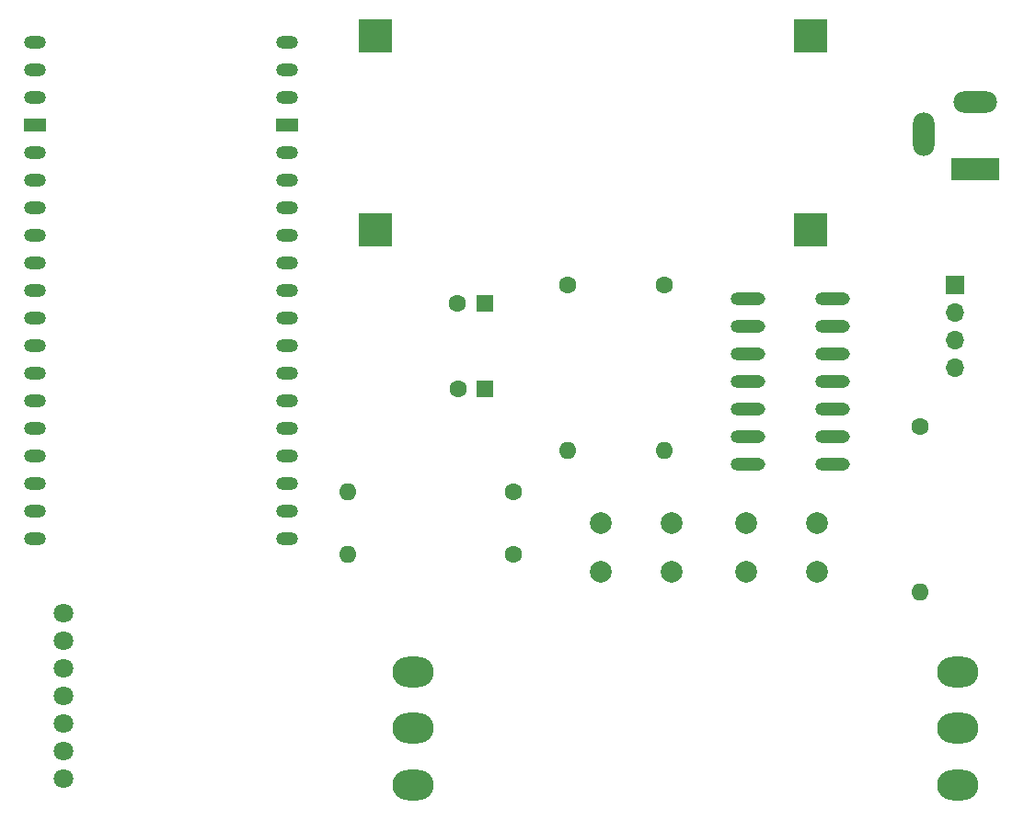
<source format=gbs>
G04 #@! TF.GenerationSoftware,KiCad,Pcbnew,8.0.1*
G04 #@! TF.CreationDate,2024-04-23T21:18:21-07:00*
G04 #@! TF.ProjectId,FanSystem,46616e53-7973-4746-956d-2e6b69636164,1*
G04 #@! TF.SameCoordinates,Original*
G04 #@! TF.FileFunction,Soldermask,Bot*
G04 #@! TF.FilePolarity,Negative*
%FSLAX46Y46*%
G04 Gerber Fmt 4.6, Leading zero omitted, Abs format (unit mm)*
G04 Created by KiCad (PCBNEW 8.0.1) date 2024-04-23 21:18:21*
%MOMM*%
%LPD*%
G01*
G04 APERTURE LIST*
%ADD10O,3.180000X1.200000*%
%ADD11C,1.600000*%
%ADD12O,1.600000X1.600000*%
%ADD13R,1.600000X1.600000*%
%ADD14C,2.000000*%
%ADD15R,4.500000X2.000000*%
%ADD16O,4.000000X2.000000*%
%ADD17O,2.000000X4.000000*%
%ADD18R,1.700000X1.700000*%
%ADD19O,1.700000X1.700000*%
%ADD20O,3.800000X2.800000*%
%ADD21R,3.100000X3.100000*%
%ADD22O,2.000000X1.200000*%
%ADD23R,2.000000X1.200000*%
%ADD24C,1.800000*%
G04 APERTURE END LIST*
D10*
X151130000Y-94615000D03*
X151130000Y-97155000D03*
X151130000Y-99695000D03*
X151130000Y-102235000D03*
X151130000Y-104775000D03*
X151130000Y-107315000D03*
X151130000Y-109855000D03*
X158930000Y-109855000D03*
X158930000Y-107315000D03*
X158930000Y-104775000D03*
X158930000Y-102235000D03*
X158930000Y-99695000D03*
X158930000Y-97155000D03*
X158930000Y-94615000D03*
D11*
X167005000Y-106362500D03*
D12*
X167005000Y-121602500D03*
D13*
X126935113Y-95050000D03*
D11*
X124435113Y-95050000D03*
D14*
X150980000Y-115252500D03*
X157480000Y-115252500D03*
X150980000Y-119752500D03*
X157480000Y-119752500D03*
D15*
X172050000Y-82650000D03*
D16*
X172050000Y-76450000D03*
D17*
X167350000Y-79450000D03*
D18*
X170180000Y-93345000D03*
D19*
X170180000Y-95885000D03*
X170180000Y-98425000D03*
X170180000Y-100965000D03*
D11*
X143435000Y-93372500D03*
D12*
X143435000Y-108612500D03*
D20*
X120315400Y-128944700D03*
X120315400Y-134177100D03*
X120315400Y-139409500D03*
X170505800Y-128944700D03*
X170505800Y-134177100D03*
X170505800Y-139409500D03*
D11*
X134545000Y-93372500D03*
D12*
X134545000Y-108612500D03*
D13*
X126960000Y-102870000D03*
D11*
X124460000Y-102870000D03*
X129540000Y-112395000D03*
D12*
X114300000Y-112395000D03*
D21*
X156921200Y-88277700D03*
X156921200Y-70396100D03*
X116840000Y-88277700D03*
X116840000Y-70396100D03*
D22*
X108737400Y-116671600D03*
X108737400Y-114131600D03*
X108737400Y-111591600D03*
X108737400Y-109051600D03*
X108737400Y-106511600D03*
X108737400Y-103971600D03*
X108737400Y-101431600D03*
X108737400Y-98891600D03*
X108737400Y-96351600D03*
X108737400Y-93811600D03*
X108737400Y-91271600D03*
X108737400Y-88731600D03*
X108737400Y-86191600D03*
X108737400Y-83651600D03*
X108737400Y-81111600D03*
D23*
X108737400Y-78571600D03*
D22*
X108737400Y-76031600D03*
X108737400Y-73491600D03*
X108737400Y-70951600D03*
X85572600Y-116671600D03*
X85572600Y-114131600D03*
X85572600Y-111591600D03*
X85572600Y-109051600D03*
X85572600Y-106511600D03*
X85572600Y-103971600D03*
X85572600Y-101431600D03*
X85572600Y-98891600D03*
X85572600Y-96351600D03*
X85572600Y-93811600D03*
X85572600Y-91271600D03*
X85572600Y-88731600D03*
X85572600Y-86191600D03*
X85572600Y-83651600D03*
X85572600Y-81111600D03*
D23*
X85572600Y-78571600D03*
D22*
X85572600Y-76031600D03*
X85572600Y-73491600D03*
X85572600Y-70951600D03*
D11*
X129540000Y-118110000D03*
D12*
X114300000Y-118110000D03*
D24*
X88160200Y-123520700D03*
X88160200Y-126060700D03*
X88160200Y-128600700D03*
X88160200Y-131140700D03*
X88160200Y-133680700D03*
X88160200Y-136220700D03*
X88160200Y-138760700D03*
D14*
X137645000Y-115252500D03*
X144145000Y-115252500D03*
X137645000Y-119752500D03*
X144145000Y-119752500D03*
M02*

</source>
